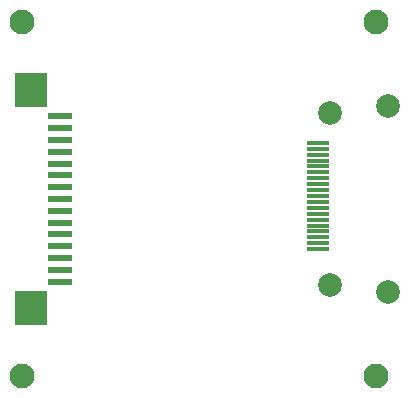
<source format=gbr>
%TF.GenerationSoftware,KiCad,Pcbnew,8.0.2*%
%TF.CreationDate,2024-06-01T15:43:47+01:00*%
%TF.ProjectId,hdmi-csi,68646d69-2d63-4736-992e-6b696361645f,rev?*%
%TF.SameCoordinates,Original*%
%TF.FileFunction,Soldermask,Top*%
%TF.FilePolarity,Negative*%
%FSLAX46Y46*%
G04 Gerber Fmt 4.6, Leading zero omitted, Abs format (unit mm)*
G04 Created by KiCad (PCBNEW 8.0.2) date 2024-06-01 15:43:47*
%MOMM*%
%LPD*%
G01*
G04 APERTURE LIST*
%ADD10R,2.800000X3.000000*%
%ADD11R,2.000000X0.600000*%
%ADD12R,1.900000X0.300000*%
%ADD13C,2.000000*%
%ADD14C,2.100000*%
G04 APERTURE END LIST*
D10*
%TO.C,FPC1*%
X154770000Y-59800000D03*
X154770000Y-78200000D03*
D11*
X157230000Y-76000000D03*
X157230000Y-75000000D03*
X157230000Y-74000000D03*
X157230000Y-73000000D03*
X157230000Y-72000000D03*
X157230000Y-71000000D03*
X157230000Y-70000000D03*
X157230000Y-69000000D03*
X157230000Y-68000000D03*
X157230000Y-67000000D03*
X157230000Y-66000000D03*
X157230000Y-65000000D03*
X157230000Y-64000000D03*
X157230000Y-63000000D03*
X157230000Y-62000000D03*
%TD*%
D12*
%TO.C,CN1*%
X179050000Y-64250000D03*
X179050000Y-64750000D03*
X179050000Y-65250000D03*
X179050000Y-65750000D03*
X179050000Y-66250000D03*
X179050000Y-66750000D03*
X179050000Y-67250000D03*
X179050000Y-67750000D03*
X179050000Y-68250000D03*
X179050000Y-68750000D03*
X179050000Y-69250000D03*
X179050000Y-69750000D03*
X179050000Y-70250000D03*
X179050000Y-70750000D03*
X179050000Y-71250000D03*
X179050000Y-71750000D03*
X179050000Y-72250000D03*
X179050000Y-72750000D03*
X179050000Y-73250000D03*
D13*
X184950000Y-76850000D03*
X180050000Y-76250000D03*
X180050000Y-61750000D03*
X184950000Y-61150000D03*
%TD*%
D14*
%TO.C,H2*%
X184000000Y-54000000D03*
%TD*%
%TO.C,H3*%
X184000000Y-84000000D03*
%TD*%
%TO.C,H1*%
X154000000Y-54000000D03*
%TD*%
%TO.C,H4*%
X154000000Y-84000000D03*
%TD*%
M02*

</source>
